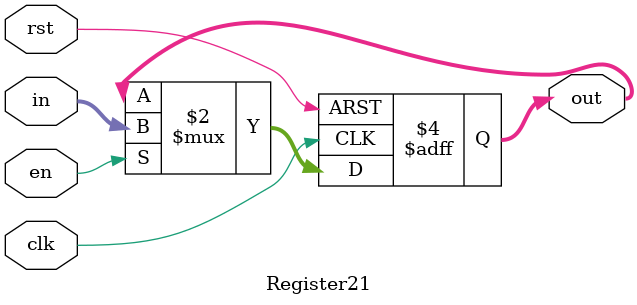
<source format=v>
`timescale 1ns / 1ps
module Register21 ( input [20:0]in, input clk, input rst, input en, output reg [20:0]out);
	always @(posedge clk, posedge rst) begin
		if (rst) out <= 0;
		else if (en) out <= in;
	end
endmodule

</source>
